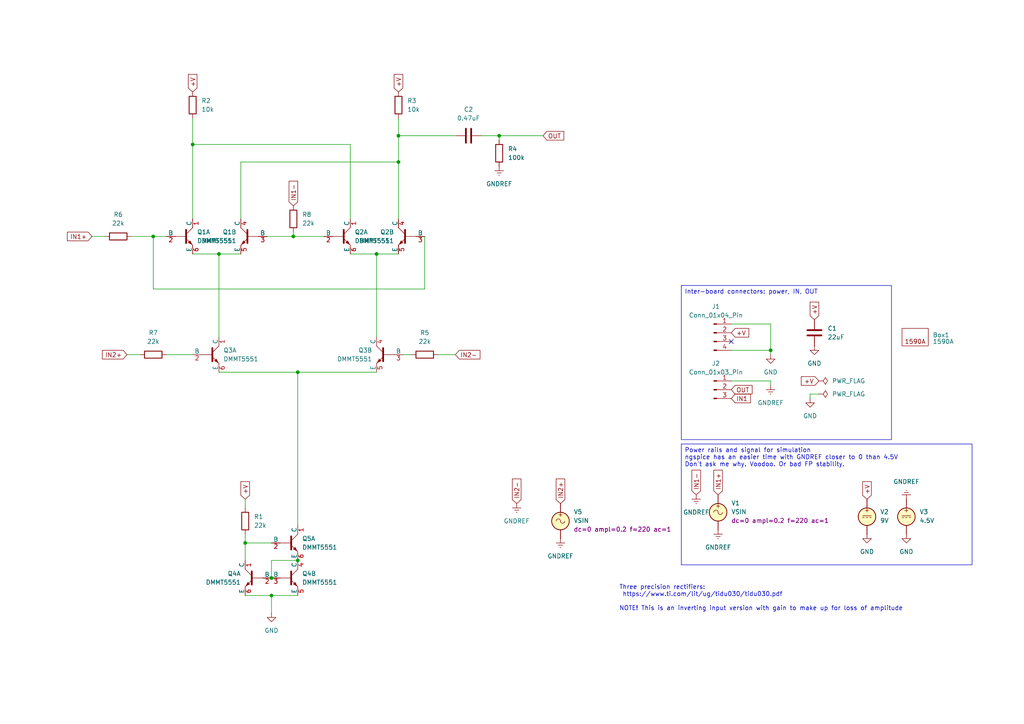
<source format=kicad_sch>
(kicad_sch (version 20250114) (generator "eeschema") (generator_version "9.0")
  (paper "A4")
  (title_block (title "Rectifier") (date "2025-05-25") (rev "v2.0"))
  (lib_symbols
    (symbol "Connector:Conn_01x03_Pin" (pin_names (offset 1.016) (hide yes))
      (property "Reference" "J" (at 0 5.08 0))
      (property "Value" "Conn_01x03_Pin" (at 0 -5.08 0))
      (symbol "Conn_01x03_Pin_1_1"
        (rectangle (start 0.8636 2.667) (end 0 2.413) (stroke (width 0.1524)) (fill (type outline)))
        (rectangle (start 0.8636 0.127) (end 0 -0.127) (stroke (width 0.1524)) (fill (type outline)))
        (rectangle (start 0.8636 -2.413) (end 0 -2.667) (stroke (width 0.1524)) (fill (type outline)))
        (polyline (pts (xy 1.27 2.54) (xy 0.8636 2.54)) (stroke (width 0.1524)))
        (polyline (pts (xy 1.27 0) (xy 0.8636 0)) (stroke (width 0.1524)))
        (polyline (pts (xy 1.27 -2.54) (xy 0.8636 -2.54)) (stroke (width 0.1524)))
        (pin passive line (at 5.08 2.54 180) (length 3.81) (name "Pin_1") (number "1"))
        (pin passive line (at 5.08 0 180) (length 3.81) (name "Pin_2") (number "2"))
        (pin passive line (at 5.08 -2.54 180) (length 3.81) (name "Pin_3") (number "3"))
      )
    )
    (symbol "Connector:Conn_01x04_Pin" (pin_names (offset 1.016) (hide yes))
      (property "Reference" "J" (at 0 5.08 0))
      (property "Value" "Conn_01x04_Pin" (at 0 -7.62 0))
      (symbol "Conn_01x04_Pin_1_1"
        (rectangle (start 0.8636 2.667) (end 0 2.413) (stroke (width 0.1524)) (fill (type outline)))
        (rectangle (start 0.8636 0.127) (end 0 -0.127) (stroke (width 0.1524)) (fill (type outline)))
        (rectangle (start 0.8636 -2.413) (end 0 -2.667) (stroke (width 0.1524)) (fill (type outline)))
        (rectangle (start 0.8636 -4.953) (end 0 -5.207) (stroke (width 0.1524)) (fill (type outline)))
        (polyline (pts (xy 1.27 2.54) (xy 0.8636 2.54)) (stroke (width 0.1524)))
        (polyline (pts (xy 1.27 0) (xy 0.8636 0)) (stroke (width 0.1524)))
        (polyline (pts (xy 1.27 -2.54) (xy 0.8636 -2.54)) (stroke (width 0.1524)))
        (polyline (pts (xy 1.27 -5.08) (xy 0.8636 -5.08)) (stroke (width 0.1524)))
        (pin passive line (at 5.08 2.54 180) (length 3.81) (name "Pin_1") (number "1"))
        (pin passive line (at 5.08 0 180) (length 3.81) (name "Pin_2") (number "2"))
        (pin passive line (at 5.08 -2.54 180) (length 3.81) (name "Pin_3") (number "3"))
        (pin passive line (at 5.08 -5.08 180) (length 3.81) (name "Pin_4") (number "4"))
      )
    )
    (symbol "Device:C" (pin_numbers (hide yes)) (pin_names (offset 0.254))
      (property "Reference" "C" (at 0.635 2.54 0))
      (property "Value" "C" (at 0.635 -2.54 0))
      (symbol "C_0_1"
        (polyline (pts (xy -2.032 0.762) (xy 2.032 0.762)) (stroke (width 0.508)))
        (polyline (pts (xy -2.032 -0.762) (xy 2.032 -0.762)) (stroke (width 0.508)))
      )
      (symbol "C_1_1"
        (pin passive line (at 0 3.81 270) (length 2.794) (name "~") (number "1"))
        (pin passive line (at 0 -3.81 90) (length 2.794) (name "~") (number "2"))
      )
    )
    (symbol "Device:R" (pin_numbers (hide yes)) (pin_names (offset 0))
      (property "Reference" "R" (at 2.032 0 90))
      (property "Value" "R" (at 0 0 90))
      (symbol "R_0_1"
        (rectangle (start -1.016 -2.54) (end 1.016 2.54) (stroke (width 0.254)))
      )
      (symbol "R_1_1"
        (pin passive line (at 0 3.81 270) (length 1.27) (name "~") (number "1"))
        (pin passive line (at 0 -3.81 90) (length 1.27) (name "~") (number "2"))
      )
    )
    (symbol "Mylib:DMMT5551" (pin_names (offset 0))
      (property "Reference" "Q" (at 3.81 1.016 0))
      (property "Value" "DMMT5551" (at 8.128 -1.016 0))
      (symbol "DMMT5551_0_1"
        (polyline (pts (xy -3.81 0) (xy -0.635 0)))
        (polyline (pts (xy -0.635 1.905) (xy -0.635 -1.905)) (stroke (width 0.508)))
        (polyline (pts (xy -0.635 0.635) (xy 1.27 2.54)))
        (polyline (pts (xy -0.635 -0.635) (xy 1.27 -2.54)))
        (polyline (pts (xy 0 -1.778) (xy 0.508 -1.27) (xy 1.016 -2.286) (xy 0 -1.778)) (fill (type outline)))
      )
      (symbol "DMMT5551_1_0"
        (pin passive line (at 1.27 -5.08 90) (length 2.54) (name "E") (number "6"))
      )
      (symbol "DMMT5551_1_1"
        (pin input line (at -6.35 0 0) (length 2.54) (name "B") (number "2"))
        (pin passive line (at 1.27 5.08 270) (length 2.54) (name "C") (number "1"))
      )
      (symbol "DMMT5551_2_0"
        (pin passive line (at 1.27 5.08 270) (length 2.54) (name "C") (number "4"))
        (pin passive line (at 1.27 -5.08 90) (length 2.54) (name "E") (number "5"))
      )
      (symbol "DMMT5551_2_1"
        (pin input line (at -6.35 0 0) (length 2.54) (name "B") (number "3"))
      )
    )
    (symbol "Mylib:Enclosure_1590A" (exclude_from_sim yes)
      (property "Reference" "Box" (at 0 0 0))
      (symbol "Enclosure_1590A_0_1"
        (rectangle (start -3.81 1.27) (end 3.81 -3.81))
      )
      (symbol "Enclosure_1590A_1_1"
        (text "1590A" (at 0 -2.54 0) (effects (font (size 1.27 1.27))))
      )
    )
    (symbol "Simulation_SPICE:VDC" (pin_numbers (hide yes)) (pin_names (offset 0.0254))
      (property "Reference" "V" (at 2.54 2.54 0))
      (property "Value" "1" (at 2.54 0 0))
      (symbol "VDC_0_0"
        (polyline (pts (xy -1.27 0.254) (xy 1.27 0.254)))
        (polyline (pts (xy -0.762 -0.254) (xy -1.27 -0.254)))
        (polyline (pts (xy 0.254 -0.254) (xy -0.254 -0.254)))
        (polyline (pts (xy 1.27 -0.254) (xy 0.762 -0.254)))
        (text "+" (at 0 1.905 0) (effects (font (size 1.27 1.27))))
      )
      (symbol "VDC_0_1"
        (circle (center 0 0) (radius 2.54) (stroke (width 0.254)) (fill (type background)))
      )
      (symbol "VDC_1_1"
        (pin passive line (at 0 5.08 270) (length 2.54) (name "~") (number "1"))
        (pin passive line (at 0 -5.08 90) (length 2.54) (name "~") (number "2"))
      )
    )
    (symbol "Simulation_SPICE:VSIN" (pin_numbers (hide yes)) (pin_names (offset 0.0254))
      (property "Reference" "V" (at 2.54 2.54 0))
      (property "Value" "VSIN" (at 2.54 0 0))
      (property "Sim.Params" "dc=0 ampl=1 f=1k ac=1" (at 2.54 -2.54 0))
      (symbol "VSIN_0_0"
        (arc (start -1.27 0) (mid -0.635 0.6323) (end 0 0))
        (arc (start 1.27 0) (mid 0.635 -0.6323) (end 0 0))
        (text "+" (at 0 1.905 0) (effects (font (size 1.27 1.27))))
      )
      (symbol "VSIN_0_1"
        (circle (center 0 0) (radius 2.54) (stroke (width 0.254)) (fill (type background)))
      )
      (symbol "VSIN_1_1"
        (pin passive line (at 0 5.08 270) (length 2.54) (name "~") (number "1"))
        (pin passive line (at 0 -5.08 90) (length 2.54) (name "~") (number "2"))
      )
    )
    (symbol "power:GND" (power) (pin_numbers (hide yes)) (pin_names (offset 0) (hide yes))
      (property "Value" "GND" (at 0 -3.81 0))
      (symbol "GND_0_1"
        (polyline (pts (xy 0 0) (xy 0 -1.27) (xy 1.27 -1.27) (xy 0 -2.54) (xy -1.27 -1.27) (xy 0 -1.27)))
      )
      (symbol "GND_1_1"
        (pin power_in line (at 0 0 270) (length 0) (name "~") (number "1"))
      )
    )
    (symbol "power:GNDREF" (power) (pin_numbers (hide yes)) (pin_names (offset 0) (hide yes))
      (property "Value" "GNDREF" (at 0 -3.81 0))
      (symbol "GNDREF_0_1"
        (polyline (pts (xy -0.635 -1.905) (xy 0.635 -1.905)))
        (polyline (pts (xy -0.127 -2.54) (xy 0.127 -2.54)))
        (polyline (pts (xy 0 -1.27) (xy 0 0)))
        (polyline (pts (xy 1.27 -1.27) (xy -1.27 -1.27)))
      )
      (symbol "GNDREF_1_1"
        (pin power_in line (at 0 0 270) (length 0) (name "~") (number "1"))
      )
    )
    (symbol "power:PWR_FLAG" (power) (pin_numbers (hide yes)) (pin_names (offset 0) (hide yes))
      (property "Value" "PWR_FLAG" (at 0 3.81 0))
      (symbol "PWR_FLAG_0_0"
        (pin power_out line (at 0 0 90) (length 0) (name "~") (number "1"))
      )
      (symbol "PWR_FLAG_0_1"
        (polyline (pts (xy 0 0) (xy 0 1.27) (xy -1.016 1.905) (xy 0 2.54) (xy 1.016 1.905) (xy 0 1.27)))
      )
    )
  )
  (text "Three precision rectifiers:\n https://www.ti.com/lit/ug/tidu030/tidu030.pdf\n\nNOTE! This is an inverting input version with gain to make up for loss of amplitude" (at 179.578 169.672 0) (effects (font (size 1.27 1.27)) (justify left top)))
  (text_box "Power rails and signal for simulation\nngspice has an easier time with GNDREF closer to 0 than 4.5V\nDon't ask me why. Voodoo. Or bad FP stability." (at 197.612 128.778 0) (size 84.328 35.052) (margins 0.9525 0.9525 0.9525 0.9525) (effects (font (size 1.27 1.27)) (justify left top)))
  (text_box "Inter-board connectors: power, IN, OUT" (at 197.612 82.804 0) (size 60.96 44.704) (margins 0.9525 0.9525 0.9525 0.9525) (effects (font (size 1.27 1.27)) (justify left top)))
  (junction (at 115.57 46.99))
  (junction (at 85.09 68.58))
  (junction (at 78.74 167.64))
  (junction (at 109.22 73.66))
  (junction (at 55.88 41.91))
  (junction (at 223.52 101.6))
  (junction (at 86.36 162.56))
  (junction (at 86.36 107.95))
  (junction (at 63.5 73.66))
  (junction (at 115.57 39.37))
  (junction (at 44.45 68.58))
  (junction (at 144.78 39.37))
  (junction (at 78.74 172.72))
  (junction (at 71.12 157.48))
  (no_connect (at 212.09 99.06))
  (wire (pts (xy 109.22 97.79) (xy 109.22 73.66)))
  (wire (pts (xy 144.78 39.37) (xy 139.7 39.37)))
  (wire (pts (xy 223.52 93.98) (xy 223.52 101.6)))
  (wire (pts (xy 212.09 110.49) (xy 223.52 110.49)))
  (wire (pts (xy 48.26 102.87) (xy 55.88 102.87)))
  (wire (pts (xy 115.57 46.99) (xy 115.57 63.5)))
  (wire (pts (xy 132.08 39.37) (xy 115.57 39.37)))
  (wire (pts (xy 115.57 39.37) (xy 115.57 46.99)))
  (wire (pts (xy 78.74 172.72) (xy 86.36 172.72)))
  (wire (pts (xy 212.09 101.6) (xy 223.52 101.6)))
  (wire (pts (xy 78.74 172.72) (xy 78.74 177.8)))
  (wire (pts (xy 63.5 73.66) (xy 69.85 73.66)))
  (wire (pts (xy 55.88 73.66) (xy 63.5 73.66)))
  (wire (pts (xy 71.12 172.72) (xy 78.74 172.72)))
  (wire (pts (xy 55.88 41.91) (xy 101.6 41.91)))
  (wire (pts (xy 101.6 73.66) (xy 109.22 73.66)))
  (wire (pts (xy 115.57 46.99) (xy 69.85 46.99)))
  (wire (pts (xy 63.5 107.95) (xy 86.36 107.95)))
  (wire (pts (xy 71.12 154.94) (xy 71.12 157.48)))
  (wire (pts (xy 212.09 93.98) (xy 223.52 93.98)))
  (wire (pts (xy 71.12 157.48) (xy 78.74 157.48)))
  (wire (pts (xy 55.88 41.91) (xy 55.88 63.5)))
  (wire (pts (xy 63.5 73.66) (xy 63.5 97.79)))
  (wire (pts (xy 223.52 101.6) (xy 223.52 102.87)))
  (wire (pts (xy 55.88 34.29) (xy 55.88 41.91)))
  (wire (pts (xy 237.49 114.3) (xy 234.95 114.3)))
  (wire (pts (xy 223.52 110.49) (xy 223.52 111.76)))
  (wire (pts (xy 85.09 68.58) (xy 93.98 68.58)))
  (wire (pts (xy 71.12 162.56) (xy 71.12 157.48)))
  (wire (pts (xy 144.78 39.37) (xy 144.78 40.64)))
  (wire (pts (xy 234.95 114.3) (xy 234.95 115.57)))
  (wire (pts (xy 85.09 67.31) (xy 85.09 68.58)))
  (wire (pts (xy 109.22 73.66) (xy 115.57 73.66)))
  (wire (pts (xy 71.12 144.78) (xy 71.12 147.32)))
  (wire (pts (xy 44.45 68.58) (xy 48.26 68.58)))
  (wire (pts (xy 157.48 39.37) (xy 144.78 39.37)))
  (wire (pts (xy 78.74 162.56) (xy 78.74 167.64)))
  (wire (pts (xy 38.1 68.58) (xy 44.45 68.58)))
  (wire (pts (xy 26.67 68.58) (xy 30.48 68.58)))
  (wire (pts (xy 86.36 152.4) (xy 86.36 107.95)))
  (wire (pts (xy 69.85 46.99) (xy 69.85 63.5)))
  (wire (pts (xy 123.19 83.82) (xy 123.19 68.58)))
  (wire (pts (xy 77.47 68.58) (xy 85.09 68.58)))
  (wire (pts (xy 44.45 68.58) (xy 44.45 83.82)))
  (wire (pts (xy 36.83 102.87) (xy 40.64 102.87)))
  (wire (pts (xy 119.38 102.87) (xy 116.84 102.87)))
  (wire (pts (xy 101.6 41.91) (xy 101.6 63.5)))
  (wire (pts (xy 44.45 83.82) (xy 123.19 83.82)))
  (wire (pts (xy 86.36 162.56) (xy 78.74 162.56)))
  (wire (pts (xy 127 102.87) (xy 132.08 102.87)))
  (wire (pts (xy 115.57 34.29) (xy 115.57 39.37)))
  (wire (pts (xy 86.36 107.95) (xy 109.22 107.95)))
  (global_label "IN2-" (shape input) (at 132.08 102.87 0) (property "Intersheetrefs" "${INTERSHEET_REFS}" (effects (hide yes))))
  (global_label "+V" (shape input) (at 115.57 26.67 90) (property "Intersheetrefs" "${INTERSHEET_REFS}" (effects (hide yes))))
  (global_label "OUT" (shape input) (at 157.48 39.37 0) (property "Intersheetrefs" "${INTERSHEET_REFS}" (effects (hide yes))))
  (global_label "+V" (shape input) (at 237.49 110.49 180) (property "Intersheetrefs" "${INTERSHEET_REFS}" (effects (hide yes))))
  (global_label "+V" (shape input) (at 55.88 26.67 90) (property "Intersheetrefs" "${INTERSHEET_REFS}" (effects (hide yes))))
  (global_label "OUT" (shape input) (at 212.09 113.03 0) (property "Intersheetrefs" "${INTERSHEET_REFS}" (effects (hide yes))))
  (global_label "IN1-" (shape input) (at 201.93 143.51 90) (property "Intersheetrefs" "${INTERSHEET_REFS}" (effects (hide yes))))
  (global_label "IN1" (shape input) (at 212.09 115.57 0) (property "Intersheetrefs" "${INTERSHEET_REFS}" (effects (hide yes))))
  (global_label "IN2-" (shape input) (at 149.86 146.05 90) (property "Intersheetrefs" "${INTERSHEET_REFS}" (effects (hide yes))))
  (global_label "IN2+" (shape input) (at 162.56 146.05 90) (property "Intersheetrefs" "${INTERSHEET_REFS}" (effects (hide yes))))
  (global_label "+V" (shape input) (at 71.12 144.78 90) (property "Intersheetrefs" "${INTERSHEET_REFS}" (effects (hide yes))))
  (global_label "IN1-" (shape input) (at 85.09 59.69 90) (property "Intersheetrefs" "${INTERSHEET_REFS}" (effects (hide yes))))
  (global_label "+V" (shape input) (at 212.09 96.52 0) (property "Intersheetrefs" "${INTERSHEET_REFS}" (effects (hide yes))))
  (global_label "+V" (shape input) (at 236.22 92.71 90) (property "Intersheetrefs" "${INTERSHEET_REFS}" (effects (hide yes))))
  (global_label "IN1+" (shape input) (at 208.28 143.51 90) (property "Intersheetrefs" "${INTERSHEET_REFS}" (effects (hide yes))))
  (global_label "IN1+" (shape input) (at 26.67 68.58 180) (property "Intersheetrefs" "${INTERSHEET_REFS}" (effects (hide yes))))
  (global_label "+V" (shape input) (at 251.46 144.78 90) (property "Intersheetrefs" "${INTERSHEET_REFS}" (effects (hide yes))))
  (global_label "IN2+" (shape input) (at 36.83 102.87 180) (property "Intersheetrefs" "${INTERSHEET_REFS}" (effects (hide yes))))
  (symbol (lib_id "Mylib:DMMT5551") (at 110.49 102.87 0) (mirror y) (unit 2)
    (property "Reference" "Q3" (at 107.95 101.5999 0) (effects (justify left)))
    (property "Value" "DMMT5551" (at 107.95 104.1399 0) (effects (justify left)))
    (property "Footprint" "Package_TO_SOT_SMD:SOT-23-6" (effects (hide yes)))
    (property "Datasheet" "https://www.diodes.com/assets/Datasheets/ds30436.pdf" (effects (hide yes)))
    (property "Description" "Matched dual small signal NPN transistor" (effects (hide yes)))
    (property "Sim.Library" "/home/torvalds/KiCad/1590A/symbols/DMMT5551.lib" (effects (hide yes)))
    (property "Sim.Name" "DMMT5551" (effects (hide yes)))
    (property "Sim.Device" "SUBCKT" (effects (hide yes)))
    (property "Sim.Pins" "1=1 2=2 3=3 4=4 5=5 6=6" (effects (hide yes)))
  )
  (symbol (lib_id "power:GNDREF") (at 262.89 144.78 180) (unit 1)
    (property "Reference" "#PWR021" (effects (hide yes)))
    (property "Value" "GNDREF" (at 262.89 139.7 0))
    (property "Description" "Power symbol creates a global label with name \"GNDREF\" , reference supply ground" (effects (hide yes)))
  )
  (symbol (lib_id "Mylib:DMMT5551") (at 85.09 167.64 0) (unit 2)
    (property "Reference" "Q4" (at 87.63 166.3699 0) (effects (justify left)))
    (property "Value" "DMMT5551" (at 87.63 168.9099 0) (effects (justify left)))
    (property "Footprint" "Package_TO_SOT_SMD:SOT-23-6" (effects (hide yes)))
    (property "Datasheet" "https://www.diodes.com/assets/Datasheets/ds30436.pdf" (effects (hide yes)))
    (property "Description" "Matched dual small signal NPN transistor" (effects (hide yes)))
    (property "Sim.Library" "/home/torvalds/KiCad/1590A/symbols/DMMT5551.lib" (effects (hide yes)))
    (property "Sim.Name" "DMMT5551" (effects (hide yes)))
    (property "Sim.Device" "SUBCKT" (effects (hide yes)))
    (property "Sim.Pins" "1=1 2=2 3=3 4=4 5=5 6=6" (effects (hide yes)))
  )
  (symbol (lib_id "power:GND") (at 223.52 102.87 0) (unit 1)
    (property "Reference" "#PWR02" (effects (hide yes)))
    (property "Value" "GND" (at 223.52 107.95 0))
    (property "Description" "Power symbol creates a global label with name \"GND\" , ground" (effects (hide yes)))
  )
  (symbol (lib_id "power:GND") (at 234.95 115.57 0) (unit 1)
    (property "Reference" "#PWR07" (effects (hide yes)))
    (property "Value" "GND" (at 234.95 120.65 0))
    (property "Description" "Power symbol creates a global label with name \"GND\" , ground" (effects (hide yes)))
  )
  (symbol (lib_id "power:GNDREF") (at 223.52 111.76 0) (unit 1)
    (property "Reference" "#PWR06" (effects (hide yes)))
    (property "Value" "GNDREF" (at 223.52 116.84 0))
    (property "Description" "Power symbol creates a global label with name \"GNDREF\" , reference supply ground" (effects (hide yes)))
  )
  (symbol (lib_id "Mylib:DMMT5551") (at 62.23 102.87 0) (unit 1)
    (property "Reference" "Q3" (at 64.77 101.5999 0) (effects (justify left)))
    (property "Value" "DMMT5551" (at 64.77 104.1399 0) (effects (justify left)))
    (property "Footprint" "Package_TO_SOT_SMD:SOT-23-6" (effects (hide yes)))
    (property "Datasheet" "https://www.diodes.com/assets/Datasheets/ds30436.pdf" (effects (hide yes)))
    (property "Description" "Matched dual small signal NPN transistor" (effects (hide yes)))
    (property "Sim.Library" "/home/torvalds/KiCad/1590A/symbols/DMMT5551.lib" (effects (hide yes)))
    (property "Sim.Name" "DMMT5551" (effects (hide yes)))
    (property "Sim.Device" "SUBCKT" (effects (hide yes)))
    (property "Sim.Pins" "1=1 2=2 3=3 4=4 5=5 6=6" (effects (hide yes)))
  )
  (symbol (lib_id "Mylib:DMMT5551") (at 85.09 157.48 0) (unit 1)
    (property "Reference" "Q5" (at 87.63 156.2099 0) (effects (justify left)))
    (property "Value" "DMMT5551" (at 87.63 158.7499 0) (effects (justify left)))
    (property "Footprint" "Package_TO_SOT_SMD:SOT-23-6" (effects (hide yes)))
    (property "Datasheet" "https://www.diodes.com/assets/Datasheets/ds30436.pdf" (effects (hide yes)))
    (property "Description" "Matched dual small signal NPN transistor" (effects (hide yes)))
    (property "Sim.Library" "/home/torvalds/KiCad/1590A/symbols/DMMT5551.lib" (effects (hide yes)))
    (property "Sim.Name" "DMMT5551" (effects (hide yes)))
    (property "Sim.Device" "SUBCKT" (effects (hide yes)))
    (property "Sim.Pins" "1=1 2=2 3=3 4=4 5=5 6=6" (effects (hide yes)))
  )
  (symbol (lib_id "Mylib:DMMT5551") (at 72.39 167.64 0) (mirror y) (unit 1)
    (property "Reference" "Q4" (at 69.85 166.3699 0) (effects (justify left)))
    (property "Value" "DMMT5551" (at 69.85 168.9099 0) (effects (justify left)))
    (property "Footprint" "Package_TO_SOT_SMD:SOT-23-6" (effects (hide yes)))
    (property "Datasheet" "https://www.diodes.com/assets/Datasheets/ds30436.pdf" (effects (hide yes)))
    (property "Description" "Matched dual small signal NPN transistor" (effects (hide yes)))
    (property "Sim.Library" "/home/torvalds/KiCad/1590A/symbols/DMMT5551.lib" (effects (hide yes)))
    (property "Sim.Name" "DMMT5551" (effects (hide yes)))
    (property "Sim.Device" "SUBCKT" (effects (hide yes)))
    (property "Sim.Pins" "1=1 2=2 3=3 4=4 5=5 6=6" (effects (hide yes)))
  )
  (symbol (lib_id "Device:R") (at 55.88 30.48 0) (unit 1)
    (property "Reference" "R2" (at 58.42 29.2099 0) (effects (justify left)))
    (property "Value" "10k" (at 58.42 31.7499 0) (effects (justify left)))
    (property "Description" "Resistor" (effects (hide yes)))
  )
  (symbol (lib_id "power:GNDREF") (at 149.86 146.05 0) (unit 1)
    (property "Reference" "#PWR010" (effects (hide yes)))
    (property "Value" "GNDREF" (at 149.86 151.13 0))
    (property "Description" "Power symbol creates a global label with name \"GNDREF\" , reference supply ground" (effects (hide yes)))
  )
  (symbol (lib_id "power:GNDREF") (at 144.78 48.26 0) (unit 1)
    (property "Reference" "#PWR04" (effects (hide yes)))
    (property "Value" "GNDREF" (at 144.78 53.34 0))
    (property "Description" "Power symbol creates a global label with name \"GNDREF\" , reference supply ground" (effects (hide yes)))
  )
  (symbol (lib_id "Connector:Conn_01x04_Pin") (at 207.01 96.52 0) (unit 1) (exclude_from_sim yes)
    (property "Reference" "J1" (at 207.645 88.9 0))
    (property "Value" "Conn_01x04_Pin" (at 207.645 91.44 0))
    (property "Footprint" "Connector_PinHeader_2.54mm:PinHeader_1x04_P2.54mm_Vertical" (effects (hide yes)))
    (property "Description" "Generic connector, single row, 01x04, script generated" (effects (hide yes)))
  )
  (symbol (lib_id "Device:R") (at 123.19 102.87 270) (unit 1)
    (property "Reference" "R5" (at 123.19 96.52 90))
    (property "Value" "22k" (at 123.19 99.06 90))
    (property "Description" "Resistor" (effects (hide yes)))
  )
  (symbol (lib_id "power:GNDREF") (at 208.28 153.67 0) (unit 1)
    (property "Reference" "#PWR05" (effects (hide yes)))
    (property "Value" "GNDREF" (at 208.28 158.75 0))
    (property "Description" "Power symbol creates a global label with name \"GNDREF\" , reference supply ground" (effects (hide yes)))
  )
  (symbol (lib_id "power:GND") (at 236.22 100.33 0) (unit 1)
    (property "Reference" "#PWR01" (effects (hide yes)))
    (property "Value" "GND" (at 236.22 105.41 0))
    (property "Description" "Power symbol creates a global label with name \"GND\" , ground" (effects (hide yes)))
  )
  (symbol (lib_id "power:PWR_FLAG") (at 237.49 114.3 270) (unit 1)
    (property "Reference" "#FLG02" (effects (hide yes)))
    (property "Value" "PWR_FLAG" (at 241.3 114.3001 90) (effects (justify left)))
    (property "Description" "Special symbol for telling ERC where power comes from" (effects (hide yes)))
  )
  (symbol (lib_id "Mylib:DMMT5551") (at 100.33 68.58 0) (unit 1)
    (property "Reference" "Q2" (at 102.87 67.3099 0) (effects (justify left)))
    (property "Value" "DMMT5551" (at 102.87 69.8499 0) (effects (justify left)))
    (property "Footprint" "Package_TO_SOT_SMD:SOT-23-6" (effects (hide yes)))
    (property "Datasheet" "https://www.diodes.com/assets/Datasheets/ds30436.pdf" (effects (hide yes)))
    (property "Description" "Matched dual small signal NPN transistor" (effects (hide yes)))
    (property "Sim.Library" "/home/torvalds/KiCad/1590A/symbols/DMMT5551.lib" (effects (hide yes)))
    (property "Sim.Name" "DMMT5551" (effects (hide yes)))
    (property "Sim.Device" "SUBCKT" (effects (hide yes)))
    (property "Sim.Pins" "1=1 2=2 3=3 4=4 5=5 6=6" (effects (hide yes)))
  )
  (symbol (lib_id "Device:R") (at 71.12 151.13 0) (unit 1)
    (property "Reference" "R1" (at 73.66 149.8599 0) (effects (justify left)))
    (property "Value" "22k" (at 73.66 152.3999 0) (effects (justify left)))
    (property "Description" "Resistor" (effects (hide yes)))
  )
  (symbol (lib_id "power:GNDREF") (at 201.93 143.51 0) (unit 1)
    (property "Reference" "#PWR012" (effects (hide yes)))
    (property "Value" "GNDREF" (at 201.93 148.59 0))
    (property "Description" "Power symbol creates a global label with name \"GNDREF\" , reference supply ground" (effects (hide yes)))
  )
  (symbol (lib_id "power:GND") (at 262.89 154.94 0) (unit 1)
    (property "Reference" "#PWR024" (effects (hide yes)))
    (property "Value" "GND" (at 262.89 160.02 0))
    (property "Description" "Power symbol creates a global label with name \"GND\" , ground" (effects (hide yes)))
  )
  (symbol (lib_id "Mylib:DMMT5551") (at 54.61 68.58 0) (unit 1)
    (property "Reference" "Q1" (at 57.15 67.3099 0) (effects (justify left)))
    (property "Value" "DMMT5551" (at 57.15 69.8499 0) (effects (justify left)))
    (property "Footprint" "Package_TO_SOT_SMD:SOT-23-6" (effects (hide yes)))
    (property "Datasheet" "https://www.diodes.com/assets/Datasheets/ds30436.pdf" (effects (hide yes)))
    (property "Description" "Matched dual small signal NPN transistor" (effects (hide yes)))
    (property "Sim.Library" "/home/torvalds/KiCad/1590A/symbols/DMMT5551.lib" (effects (hide yes)))
    (property "Sim.Name" "DMMT5551" (effects (hide yes)))
    (property "Sim.Device" "SUBCKT" (effects (hide yes)))
    (property "Sim.Pins" "1=1 2=2 3=3 4=4 5=5 6=6" (effects (hide yes)))
  )
  (symbol (lib_id "Device:C") (at 236.22 96.52 0) (unit 1)
    (property "Reference" "C1" (at 240.03 95.2499 0) (effects (justify left)))
    (property "Value" "22uF" (at 240.03 97.7899 0) (effects (justify left)))
    (property "Footprint" "Capacitor_SMD:C_1206_3216Metric_Pad1.33x1.80mm_HandSolder" (effects (hide yes)))
    (property "Description" "Unpolarized capacitor" (effects (hide yes)))
  )
  (symbol (lib_id "Simulation_SPICE:VSIN") (at 162.56 151.13 0) (unit 1) (on_board no)
    (property "Reference" "V5" (at 166.37 148.4601 0) (effects (justify left)))
    (property "Value" "VSIN" (at 166.37 151.0001 0) (effects (justify left)))
    (property "Datasheet" "https://ngspice.sourceforge.io/docs/ngspice-html-manual/manual.xhtml#sec_Independent_Sources_for" (effects (hide yes)))
    (property "Description" "Voltage source, sinusoidal" (effects (hide yes)))
    (property "Sim.Pins" "1=+ 2=-" (effects (hide yes)))
    (property "Sim.Params" "dc=0 ampl=0.2 f=220 ac=1" (at 166.37 153.5401 0) (effects (justify left)))
    (property "Sim.Type" "SIN" (effects (hide yes)))
    (property "Sim.Device" "V" (effects (hide yes)))
  )
  (symbol (lib_id "Device:R") (at 144.78 44.45 0) (unit 1)
    (property "Reference" "R4" (at 147.32 43.1799 0) (effects (justify left)))
    (property "Value" "100k" (at 147.32 45.7199 0) (effects (justify left)))
    (property "Description" "Resistor" (effects (hide yes)))
  )
  (symbol (lib_id "power:PWR_FLAG") (at 237.49 110.49 270) (unit 1)
    (property "Reference" "#FLG01" (effects (hide yes)))
    (property "Value" "PWR_FLAG" (at 241.3 110.4899 90) (effects (justify left)))
    (property "Description" "Special symbol for telling ERC where power comes from" (effects (hide yes)))
  )
  (symbol (lib_id "Device:R") (at 34.29 68.58 90) (unit 1)
    (property "Reference" "R6" (at 34.29 62.23 90))
    (property "Value" "22k" (at 34.29 64.77 90))
    (property "Description" "Resistor" (effects (hide yes)))
  )
  (symbol (lib_id "Simulation_SPICE:VDC") (at 251.46 149.86 0) (unit 1) (on_board no)
    (property "Reference" "V2" (at 255.27 148.4601 0) (effects (justify left)))
    (property "Value" "9V" (at 255.27 151.0001 0) (effects (justify left)))
    (property "Datasheet" "https://ngspice.sourceforge.io/docs/ngspice-html-manual/manual.xhtml#sec_Independent_Sources_for" (effects (hide yes)))
    (property "Description" "Voltage source, DC" (effects (hide yes)))
    (property "Sim.Pins" "1=+ 2=-" (effects (hide yes)))
    (property "Sim.Type" "DC" (effects (hide yes)))
    (property "Sim.Device" "V" (effects (hide yes)))
  )
  (symbol (lib_id "Mylib:Enclosure_1590A") (at 265.43 96.52 0) (unit 1) (exclude_from_sim yes)
    (property "Reference" "Box1" (at 270.51 97.1549 0) (effects (justify left)))
    (property "Value" "1590A" (at 270.51 99.06 0) (effects (justify left)))
    (property "Footprint" "Mylib:1590A" (effects (hide yes)))
  )
  (symbol (lib_id "power:GND") (at 78.74 177.8 0) (unit 1)
    (property "Reference" "#PWR08" (effects (hide yes)))
    (property "Value" "GND" (at 78.74 182.88 0))
    (property "Description" "Power symbol creates a global label with name \"GND\" , ground" (effects (hide yes)))
  )
  (symbol (lib_id "power:GND") (at 251.46 154.94 0) (unit 1)
    (property "Reference" "#PWR023" (effects (hide yes)))
    (property "Value" "GND" (at 251.46 160.02 0))
    (property "Description" "Power symbol creates a global label with name \"GND\" , ground" (effects (hide yes)))
  )
  (symbol (lib_id "Mylib:DMMT5551") (at 71.12 68.58 0) (mirror y) (unit 2)
    (property "Reference" "Q1" (at 68.58 67.3099 0) (effects (justify left)))
    (property "Value" "DMMT5551" (at 68.58 69.8499 0) (effects (justify left)))
    (property "Footprint" "Package_TO_SOT_SMD:SOT-23-6" (effects (hide yes)))
    (property "Datasheet" "https://www.diodes.com/assets/Datasheets/ds30436.pdf" (effects (hide yes)))
    (property "Description" "Matched dual small signal NPN transistor" (effects (hide yes)))
    (property "Sim.Library" "/home/torvalds/KiCad/1590A/symbols/DMMT5551.lib" (effects (hide yes)))
    (property "Sim.Name" "DMMT5551" (effects (hide yes)))
    (property "Sim.Device" "SUBCKT" (effects (hide yes)))
    (property "Sim.Pins" "1=1 2=2 3=3 4=4 5=5 6=6" (effects (hide yes)))
  )
  (symbol (lib_id "Device:R") (at 115.57 30.48 0) (unit 1)
    (property "Reference" "R3" (at 118.11 29.2099 0) (effects (justify left)))
    (property "Value" "10k" (at 118.11 31.7499 0) (effects (justify left)))
    (property "Description" "Resistor" (effects (hide yes)))
  )
  (symbol (lib_id "Simulation_SPICE:VSIN") (at 208.28 148.59 0) (unit 1) (on_board no)
    (property "Reference" "V1" (at 212.09 145.9201 0) (effects (justify left)))
    (property "Value" "VSIN" (at 212.09 148.4601 0) (effects (justify left)))
    (property "Datasheet" "https://ngspice.sourceforge.io/docs/ngspice-html-manual/manual.xhtml#sec_Independent_Sources_for" (effects (hide yes)))
    (property "Description" "Voltage source, sinusoidal" (effects (hide yes)))
    (property "Sim.Pins" "1=+ 2=-" (effects (hide yes)))
    (property "Sim.Params" "dc=0 ampl=0.2 f=220 ac=1" (at 212.09 151.0001 0) (effects (justify left)))
    (property "Sim.Type" "SIN" (effects (hide yes)))
    (property "Sim.Device" "V" (effects (hide yes)))
  )
  (symbol (lib_id "Simulation_SPICE:VDC") (at 262.89 149.86 0) (unit 1) (on_board no)
    (property "Reference" "V3" (at 266.7 148.4601 0) (effects (justify left)))
    (property "Value" "4.5V" (at 266.7 151.0001 0) (effects (justify left)))
    (property "Datasheet" "https://ngspice.sourceforge.io/docs/ngspice-html-manual/manual.xhtml#sec_Independent_Sources_for" (effects (hide yes)))
    (property "Description" "Voltage source, DC" (effects (hide yes)))
    (property "Sim.Pins" "1=+ 2=-" (effects (hide yes)))
    (property "Sim.Type" "DC" (effects (hide yes)))
    (property "Sim.Device" "V" (effects (hide yes)))
  )
  (symbol (lib_id "Connector:Conn_01x03_Pin") (at 207.01 113.03 0) (unit 1) (exclude_from_sim yes)
    (property "Reference" "J2" (at 207.645 105.41 0))
    (property "Value" "Conn_01x03_Pin" (at 207.645 107.95 0))
    (property "Footprint" "Connector_PinHeader_2.54mm:PinHeader_1x03_P2.54mm_Vertical" (effects (hide yes)))
    (property "Description" "Generic connector, single row, 01x03, script generated" (effects (hide yes)))
  )
  (symbol (lib_id "Device:C") (at 135.89 39.37 90) (unit 1)
    (property "Reference" "C2" (at 135.89 31.75 90))
    (property "Value" "0.47uF" (at 135.89 34.29 90))
    (property "Description" "Unpolarized capacitor" (effects (hide yes)))
  )
  (symbol (lib_id "power:GNDREF") (at 162.56 156.21 0) (unit 1)
    (property "Reference" "#PWR03" (effects (hide yes)))
    (property "Value" "GNDREF" (at 162.56 161.29 0))
    (property "Description" "Power symbol creates a global label with name \"GNDREF\" , reference supply ground" (effects (hide yes)))
  )
  (symbol (lib_id "Mylib:DMMT5551") (at 116.84 68.58 0) (mirror y) (unit 2)
    (property "Reference" "Q2" (at 114.3 67.3099 0) (effects (justify left)))
    (property "Value" "DMMT5551" (at 114.3 69.8499 0) (effects (justify left)))
    (property "Footprint" "Package_TO_SOT_SMD:SOT-23-6" (effects (hide yes)))
    (property "Datasheet" "https://www.diodes.com/assets/Datasheets/ds30436.pdf" (effects (hide yes)))
    (property "Description" "Matched dual small signal NPN transistor" (effects (hide yes)))
    (property "Sim.Library" "/home/torvalds/KiCad/1590A/symbols/DMMT5551.lib" (effects (hide yes)))
    (property "Sim.Name" "DMMT5551" (effects (hide yes)))
    (property "Sim.Device" "SUBCKT" (effects (hide yes)))
    (property "Sim.Pins" "1=1 2=2 3=3 4=4 5=5 6=6" (effects (hide yes)))
  )
  (symbol (lib_id "Device:R") (at 85.09 63.5 180) (unit 1)
    (property "Reference" "R8" (at 87.63 62.2299 0) (effects (justify right)))
    (property "Value" "22k" (at 87.63 64.7699 0) (effects (justify right)))
    (property "Description" "Resistor" (effects (hide yes)))
  )
  (symbol (lib_id "Device:R") (at 44.45 102.87 90) (unit 1)
    (property "Reference" "R7" (at 44.45 96.52 90))
    (property "Value" "22k" (at 44.45 99.06 90))
    (property "Description" "Resistor" (effects (hide yes)))
  )
)
</source>
